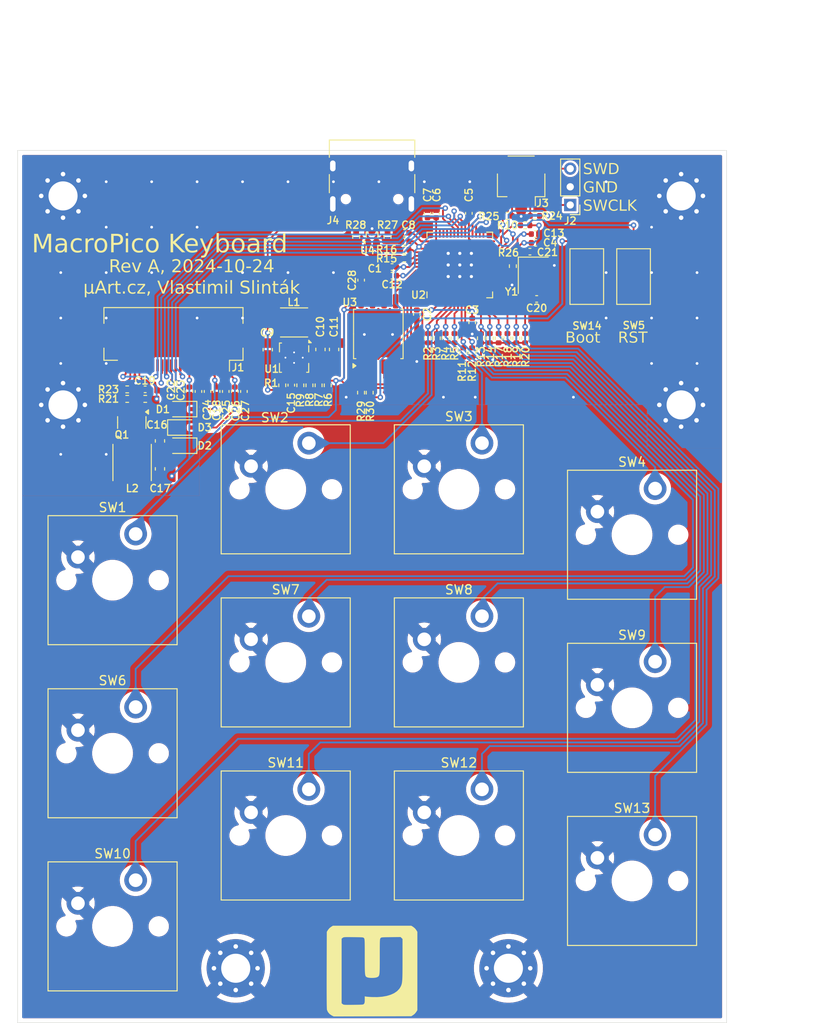
<source format=kicad_pcb>
(kicad_pcb
	(version 20240108)
	(generator "pcbnew")
	(generator_version "8.0")
	(general
		(thickness 1)
		(legacy_teardrops no)
	)
	(paper "A4")
	(title_block
		(title "MacroPico Keyboard")
		(date "2024-10-24")
		(rev "A")
		(company "µArt.cz")
		(comment 1 "Vlastimil Slinták")
	)
	(layers
		(0 "F.Cu" signal)
		(31 "B.Cu" signal)
		(32 "B.Adhes" user "B.Adhesive")
		(33 "F.Adhes" user "F.Adhesive")
		(34 "B.Paste" user)
		(35 "F.Paste" user)
		(36 "B.SilkS" user "B.Silkscreen")
		(37 "F.SilkS" user "F.Silkscreen")
		(38 "B.Mask" user)
		(39 "F.Mask" user)
		(40 "Dwgs.User" user "User.Drawings")
		(41 "Cmts.User" user "User.Comments")
		(42 "Eco1.User" user "User.Eco1")
		(43 "Eco2.User" user "User.Eco2")
		(44 "Edge.Cuts" user)
		(45 "Margin" user)
		(46 "B.CrtYd" user "B.Courtyard")
		(47 "F.CrtYd" user "F.Courtyard")
		(48 "B.Fab" user)
		(49 "F.Fab" user)
		(50 "User.1" user)
		(51 "User.2" user)
		(52 "User.3" user)
		(53 "User.4" user)
		(54 "User.5" user)
		(55 "User.6" user)
		(56 "User.7" user)
		(57 "User.8" user)
		(58 "User.9" user)
	)
	(setup
		(stackup
			(layer "F.SilkS"
				(type "Top Silk Screen")
			)
			(layer "F.Paste"
				(type "Top Solder Paste")
			)
			(layer "F.Mask"
				(type "Top Solder Mask")
				(thickness 0.01)
			)
			(layer "F.Cu"
				(type "copper")
				(thickness 0.035)
			)
			(layer "dielectric 1"
				(type "core")
				(thickness 0.91)
				(material "FR4")
				(epsilon_r 4.5)
				(loss_tangent 0.02)
			)
			(layer "B.Cu"
				(type "copper")
				(thickness 0.035)
			)
			(layer "B.Mask"
				(type "Bottom Solder Mask")
				(thickness 0.01)
			)
			(layer "B.Paste"
				(type "Bottom Solder Paste")
			)
			(layer "B.SilkS"
				(type "Bottom Silk Screen")
			)
			(copper_finish "None")
			(dielectric_constraints no)
		)
		(pad_to_mask_clearance 0)
		(allow_soldermask_bridges_in_footprints no)
		(aux_axis_origin 108.985 43.405)
		(grid_origin 108.985 43.405)
		(pcbplotparams
			(layerselection 0x00010fc_ffffffff)
			(plot_on_all_layers_selection 0x0000000_00000000)
			(disableapertmacros no)
			(usegerberextensions no)
			(usegerberattributes yes)
			(usegerberadvancedattributes yes)
			(creategerberjobfile yes)
			(dashed_line_dash_ratio 12.000000)
			(dashed_line_gap_ratio 3.000000)
			(svgprecision 4)
			(plotframeref no)
			(viasonmask no)
			(mode 1)
			(useauxorigin no)
			(hpglpennumber 1)
			(hpglpenspeed 20)
			(hpglpendiameter 15.000000)
			(pdf_front_fp_property_popups yes)
			(pdf_back_fp_property_popups yes)
			(dxfpolygonmode yes)
			(dxfimperialunits yes)
			(dxfusepcbnewfont yes)
			(psnegative no)
			(psa4output no)
			(plotreference yes)
			(plotvalue yes)
			(plotfptext yes)
			(plotinvisibletext no)
			(sketchpadsonfab no)
			(subtractmaskfromsilk no)
			(outputformat 1)
			(mirror no)
			(drillshape 1)
			(scaleselection 1)
			(outputdirectory "")
		)
	)
	(net 0 "")
	(net 1 "+1V1")
	(net 2 "GND")
	(net 3 "+3V3")
	(net 4 "Net-(U1-EN)")
	(net 5 "/XTAL_IN")
	(net 6 "+5V")
	(net 7 "/USB-")
	(net 8 "/USB+")
	(net 9 "/SWCLK")
	(net 10 "/SWD")
	(net 11 "Net-(U1-L2)")
	(net 12 "Net-(U1-L1)")
	(net 13 "Net-(U2-~{RUN})")
	(net 14 "Net-(U1-FB)")
	(net 15 "KEY00")
	(net 16 "KEY01")
	(net 17 "KEY02")
	(net 18 "KEY03")
	(net 19 "Net-(U2-D+)")
	(net 20 "Net-(U2-D-)")
	(net 21 "KEY10")
	(net 22 "KEY11")
	(net 23 "KEY12")
	(net 24 "KEY13")
	(net 25 "/XTAL_OUT")
	(net 26 "Net-(U2-SWCLK)")
	(net 27 "Net-(U2-SWDIO)")
	(net 28 "KEY20")
	(net 29 "KEY21")
	(net 30 "KEY22")
	(net 31 "KEY23")
	(net 32 "/QSPI_CS")
	(net 33 "unconnected-(U2-GPIO17-Pad28)")
	(net 34 "unconnected-(U2-GPIO18-Pad29)")
	(net 35 "unconnected-(U2-GPIO0-Pad2)")
	(net 36 "unconnected-(U2-GPIO16-Pad27)")
	(net 37 "unconnected-(U2-GPIO1-Pad3)")
	(net 38 "/QSPI_SD1")
	(net 39 "unconnected-(U2-GPIO19-Pad30)")
	(net 40 "unconnected-(U2-GPIO26{slash}ADC0-Pad38)")
	(net 41 "/QSPI_SD0")
	(net 42 "/QSPI_CLK")
	(net 43 "unconnected-(U2-GPIO15-Pad18)")
	(net 44 "unconnected-(U2-GPIO29{slash}ADC3-Pad41)")
	(net 45 "/QSPI_SD3")
	(net 46 "unconnected-(U2-GPIO14-Pad17)")
	(net 47 "unconnected-(U2-GPIO27{slash}ADC1-Pad39)")
	(net 48 "unconnected-(U2-GPIO28{slash}ADC2-Pad40)")
	(net 49 "/QSPI_SD2")
	(net 50 "Net-(D3-A)")
	(net 51 "/PREVGH")
	(net 52 "/VCOM")
	(net 53 "/PREVGL")
	(net 54 "/SCLK")
	(net 55 "/BUSY")
	(net 56 "/GDR")
	(net 57 "/RST")
	(net 58 "/CS")
	(net 59 "/RES")
	(net 60 "/SDI")
	(net 61 "/D{slash}C")
	(net 62 "Net-(D1-K)")
	(net 63 "Net-(J1-Pin_20)")
	(net 64 "Net-(C21-Pad2)")
	(net 65 "Net-(J1-Pin_7)")
	(net 66 "Net-(J1-Pin_5)")
	(net 67 "Net-(J1-Pin_3)")
	(net 68 "unconnected-(J1-Pin_19-Pad19)")
	(net 69 "unconnected-(J1-Pin_24-Pad24)")
	(net 70 "unconnected-(J1-Pin_21-Pad21)")
	(net 71 "unconnected-(J1-Pin_18-Pad18)")
	(net 72 "unconnected-(J1-Pin_6-Pad6)")
	(net 73 "Net-(J4-CC1)")
	(net 74 "Net-(J4-CC2)")
	(net 75 "Net-(R6-Pad1)")
	(net 76 "Net-(R8-Pad1)")
	(net 77 "Net-(R21-Pad2)")
	(net 78 "Net-(R30-Pad1)")
	(footprint "Capacitor_SMD:C_0402_1005Metric" (layer "F.Cu") (at 146.785 57.675 90))
	(footprint "Capacitor_SMD:C_0402_1005Metric" (layer "F.Cu") (at 152.905 61.435 -90))
	(footprint "MacroPico:SW_Cherry_MX_PCB_1.00u" (layer "F.Cu") (at 138.485 118.795))
	(footprint "MountingHole:MountingHole_3.2mm_M3_Pad_Via" (layer "F.Cu") (at 113.985 48.405))
	(footprint "Diode_SMD:D_SOD-323" (layer "F.Cu") (at 127.1 73.895))
	(footprint "Resistor_SMD:R_0402_1005Metric" (layer "F.Cu") (at 164.8225 64.065 90))
	(footprint "MacroPico:SW_Cherry_MX_PCB_1.00u" (layer "F.Cu") (at 119.435 128.795))
	(footprint "Button_Switch_SMD:SW_SPST_CK_RS282G05A3" (layer "F.Cu") (at 171.605 57.28 90))
	(footprint "MountingHole:MountingHole_3.2mm_M3_Pad_Via" (layer "F.Cu") (at 162.985 133.405))
	(footprint "Resistor_SMD:R_0402_1005Metric" (layer "F.Cu") (at 155.1066 64.065 90))
	(footprint "Capacitor_SMD:C_0603_1608Metric" (layer "F.Cu") (at 142.305 65.305 -90))
	(footprint "MacroPico:SW_Cherry_MX_PCB_1.00u" (layer "F.Cu") (at 176.585 123.795))
	(footprint "MountingHole:MountingHole_3.2mm_M3_Pad_Via" (layer "F.Cu") (at 181.985 71.405))
	(footprint "Connector_PinHeader_2.00mm:PinHeader_1x03_P2.00mm_Vertical" (layer "F.Cu") (at 169.785 49.405 180))
	(footprint "Resistor_SMD:R_0402_1005Metric" (layer "F.Cu") (at 161.90773 64.065 90))
	(footprint "Package_SON:Texas_DRC0010J_ThermalVias" (layer "F.Cu") (at 139.405 66.205 -90))
	(footprint "Resistor_SMD:R_0402_1005Metric" (layer "F.Cu") (at 146.235 52.915 -90))
	(footprint "Diode_SMD:D_SOD-323" (layer "F.Cu") (at 127.1 71.87 180))
	(footprint "Resistor_SMD:R_0402_1005Metric" (layer "F.Cu") (at 164.8325 51.6425))
	(footprint "Resistor_SMD:R_0402_1005Metric" (layer "F.Cu") (at 138.105 69.25 -90))
	(footprint "Connector_JST:JST_SH_SM03B-SRSS-TB_1x03-1MP_P1.00mm_Horizontal" (layer "F.Cu") (at 164.385 46.705 180))
	(footprint "MacroPico:SW_Cherry_MX_PCB_1.00u" (layer "F.Cu") (at 157.535 118.795))
	(footprint "Resistor_SMD:R_0402_1005Metric" (layer "F.Cu") (at 157.04978 64.065 90))
	(footprint "Capacitor_SMD:C_0402_1005Metric" (layer "F.Cu") (at 165.985 52.605))
	(footprint "Resistor_SMD:R_0402_1005Metric" (layer "F.Cu") (at 141.097 69.25 90))
	(footprint "Package_TO_SOT_SMD:Texas_DRT-3" (layer "F.Cu") (at 147.985 52.955))
	(footprint "Diode_SMD:D_SOD-323" (layer "F.Cu") (at 127.1 75.895 180))
	(footprint "Resistor_SMD:R_0402_1005Metric" (layer "F.Cu") (at 140.093 69.25 90))
	(footprint "Capacitor_SMD:C_0402_1005Metric" (layer "F.Cu") (at 159.000686 62.355 -90))
	(footprint "Resistor_SMD:R_0402_1005Metric" (layer "F.Cu") (at 158.99296 65.63704 90))
	(footprint "Resistor_SMD:R_0402_1005Metric" (layer "F.Cu") (at 146.7725 70.0575 90))
	(footprint "Capacitor_SMD:C_0603_1608Metric" (layer "F.Cu") (at 124.65 75.37 90))
	(footprint "Resistor_SMD:R_0402_1005Metric" (layer "F.Cu") (at 147.7225 70.0575 90))
	(footprint "Package_TO_SOT_SMD:SOT-23" (layer "F.Cu") (at 121.55 73.345 -90))
	(footprint "Resistor_SMD:R_0402_1005Metric"
		(layer "F.Cu")
		(uuid "6b64a723-03d2-4045-9658-cf54b6e598d9")
		(at 123.03 70.745 180)
		(descr "Resistor SMD 0402 (1005 Metric), square (rectangular) end terminal, IPC_7351 nominal, (Body size source: IPC-SM-782 page 72, https://www.pcb-3d.com/wordpress/wp-content/uploads/ipc-sm-782a_amendment_1_and_2.pdf), generated with kicad-footprint-generator")
		(tags "resistor")
		(property "Reference" "R22"
			(at -1.505 0 90)
			(layer "F.SilkS")
			(hide yes)
			(uuid "99b42b9a-c8f2-4894-aa04-bc04e8a4ad0b")
			(effects
				(font
					(size 0.8 0.8)
					(thickness 0.15)
				)
			)
		)
		(property "Value" "1M"
			(at 0 1.17 0)
			(layer "F.Fab")
			(uuid "7050326d-5b50-4a01-a3cb-f7198d1433f4")
			(effects
				(font
					(size 1 1)
					(thickness 0.15)
				)
			)
		)
		(property "Footprint" "Resistor_SMD:R_0402_1005Metric"
			(at 0 0 180)
			(unlocked yes)
			(layer "F.Fab")
			(hide yes)
			(uuid "05a32be6-895a-41d5-9bc3-3b274b0db9ad")
			(effects
				(font
					(size 1.27 1.27)
					(thickness 0.15)
				)
			)
		)
		(property "Datasheet" ""
			(at 0 0 180)
			(unlocked yes)
			(layer "F.Fab")
			(hide yes)
			(uuid "e2097f27-22c8-480a-95c1-d8def155fb6f")
			(effects
				(font
					(size 1.27 1.27)
					(thickness 0.15)
				)
			)
		)
		(property "Description" "Resistor"
			(at 0 0 180)
			(unlocked yes)
			(layer "F.Fab")
			(hide yes)
			(uuid "7b73b58c-6772-4f9a-8c4f-4e99351da9dd")
			(effects
				(font
					(size 1.27 1.27)
					(thickness 0.15)
				)
			)
		)
		(property "LCSC" "C26083"
			(at 0 0 180)
			(unlocked yes)
			(layer "F.Fab")
			(hide yes)
			(uuid "d2c8f8a7-ccdb-4795-a4ed-ea68f6341e01")
			(effects
				(font
					(size 1 1)
					(thickness 0.15)
				)
			)
		)
		(property ki_fp_filters "R_*")
		(path "/b1d00e4b-da7a-4ce9-a3f9-0c7e5a37385d")
		(sheetname "Root")
		(sheetfile "macropico.kicad_sch")
		(attr smd)
		(fp_line
			(start -0.153641 0.38)
			(end 0.153641 0.38)
			(stroke
				(width 0.12)
				(type solid)
			)
			(layer "F.SilkS")
			(uuid "4dae61
... [968662 chars truncated]
</source>
